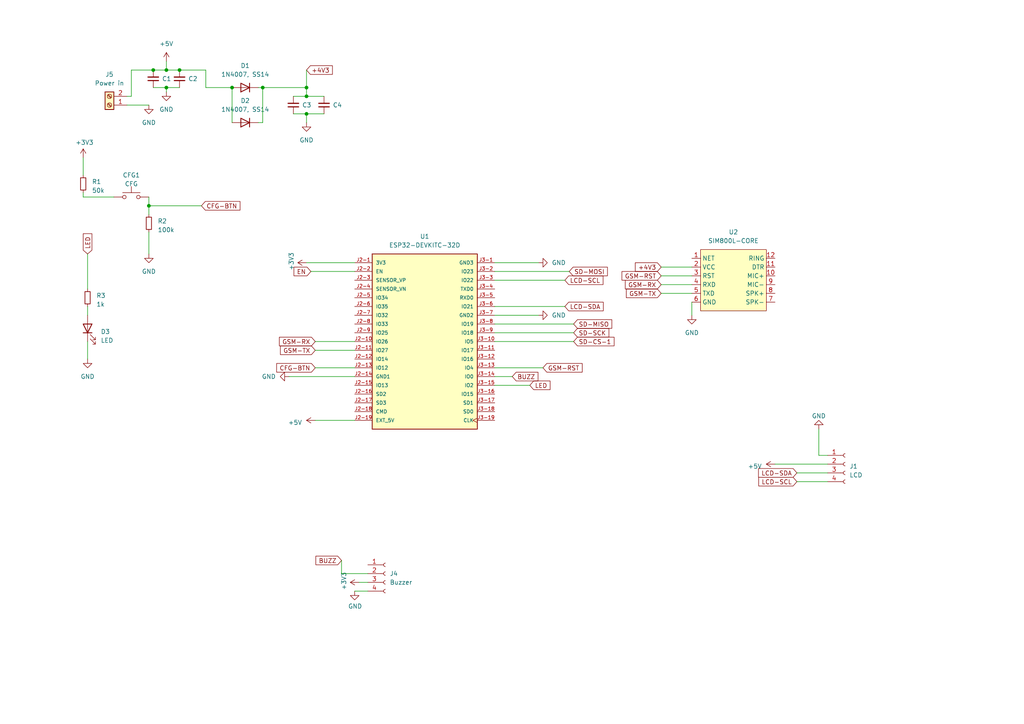
<source format=kicad_sch>
(kicad_sch (version 20231120) (generator "eeschema") (generator_version "8.0")
  (paper "A4")
  (lib_symbols
    (symbol "Connector:Conn_01x04_Socket" (pin_names (offset 1.016) hide)
      (property "Reference" "J" (at 0 5.08 0))
      (property "Value" "Conn_01x04_Socket" (at 0 -7.62 0))
      (symbol "Conn_01x04_Socket_1_1"
        (arc (start 0 -4.572) (mid -0.5058 -5.08) (end 0 -5.588) (stroke (width 0.1524)))
        (arc (start 0 -2.032) (mid -0.5058 -2.54) (end 0 -3.048) (stroke (width 0.1524)))
        (polyline (pts (xy -1.27 -5.08) (xy -0.508 -5.08)) (stroke (width 0.1524)))
        (polyline (pts (xy -1.27 -2.54) (xy -0.508 -2.54)) (stroke (width 0.1524)))
        (polyline (pts (xy -1.27 0) (xy -0.508 0)) (stroke (width 0.1524)))
        (polyline (pts (xy -1.27 2.54) (xy -0.508 2.54)) (stroke (width 0.1524)))
        (arc (start 0 0.508) (mid -0.5058 0) (end 0 -0.508) (stroke (width 0.1524)))
        (arc (start 0 3.048) (mid -0.5058 2.54) (end 0 2.032) (stroke (width 0.1524)))
        (pin passive line (at -5.08 2.54 0) (length 3.81) (name "Pin_1") (number "1"))
        (pin passive line (at -5.08 0 0) (length 3.81) (name "Pin_2") (number "2"))
        (pin passive line (at -5.08 -2.54 0) (length 3.81) (name "Pin_3") (number "3"))
        (pin passive line (at -5.08 -5.08 0) (length 3.81) (name "Pin_4") (number "4"))
      )
    )
    (symbol "Connector:Screw_Terminal_01x02" (pin_names (offset 1.016) hide)
      (property "Reference" "J" (at 0 2.54 0))
      (property "Value" "Screw_Terminal_01x02" (at 0 -5.08 0))
      (symbol "Screw_Terminal_01x02_1_1"
        (rectangle (start -1.27 1.27) (end 1.27 -3.81) (stroke (width 0.254)) (fill (type background)))
        (circle (center 0 -2.54) (radius 0.635) (stroke (width 0.1524)))
        (polyline (pts (xy -0.5334 -2.2098) (xy 0.3302 -3.048)) (stroke (width 0.1524)))
        (polyline (pts (xy -0.5334 0.3302) (xy 0.3302 -0.508)) (stroke (width 0.1524)))
        (polyline (pts (xy -0.3556 -2.032) (xy 0.508 -2.8702)) (stroke (width 0.1524)))
        (polyline (pts (xy -0.3556 0.508) (xy 0.508 -0.3302)) (stroke (width 0.1524)))
        (circle (center 0 0) (radius 0.635) (stroke (width 0.1524)))
        (pin passive line (at -5.08 0 0) (length 3.81) (name "Pin_1") (number "1"))
        (pin passive line (at -5.08 -2.54 0) (length 3.81) (name "Pin_2") (number "2"))
      )
    )
    (symbol "Device:C" (pin_numbers hide) (pin_names (offset 0.254))
      (property "Reference" "C" (at 0.635 2.54 0))
      (property "Value" "C" (at 0.635 -2.54 0))
      (symbol "C_0_1"
        (polyline (pts (xy -2.032 -0.762) (xy 2.032 -0.762)) (stroke (width 0.508)))
        (polyline (pts (xy -2.032 0.762) (xy 2.032 0.762)) (stroke (width 0.508)))
      )
      (symbol "C_1_1"
        (pin passive line (at 0 3.81 270) (length 2.794) (name "~") (number "1"))
        (pin passive line (at 0 -3.81 90) (length 2.794) (name "~") (number "2"))
      )
    )
    (symbol "Device:C_Small" (pin_numbers hide) (pin_names (offset 0.254) hide)
      (property "Reference" "C" (at 0.254 1.778 0))
      (property "Value" "C_Small" (at 0.254 -2.032 0))
      (symbol "C_Small_0_1"
        (polyline (pts (xy -1.524 -0.508) (xy 1.524 -0.508)) (stroke (width 0.3302)))
        (polyline (pts (xy -1.524 0.508) (xy 1.524 0.508)) (stroke (width 0.3048)))
      )
      (symbol "C_Small_1_1"
        (pin passive line (at 0 2.54 270) (length 2.032) (name "~") (number "1"))
        (pin passive line (at 0 -2.54 90) (length 2.032) (name "~") (number "2"))
      )
    )
    (symbol "Device:D_Zener" (pin_numbers hide) (pin_names (offset 1.016) hide)
      (property "Reference" "D" (at 0 2.54 0))
      (property "Value" "D_Zener" (at 0 -2.54 0))
      (symbol "D_Zener_0_1"
        (polyline (pts (xy 1.27 0) (xy -1.27 0)))
        (polyline (pts (xy -1.27 -1.27) (xy -1.27 1.27) (xy -0.762 1.27)) (stroke (width 0.254)))
        (polyline (pts (xy 1.27 -1.27) (xy 1.27 1.27) (xy -1.27 0) (xy 1.27 -1.27)) (stroke (width 0.254)))
      )
      (symbol "D_Zener_1_1"
        (pin passive line (at -3.81 0 0) (length 2.54) (name "K") (number "1"))
        (pin passive line (at 3.81 0 180) (length 2.54) (name "A") (number "2"))
      )
    )
    (symbol "Device:LED" (pin_numbers hide) (pin_names (offset 1.016) hide)
      (property "Reference" "D" (at 0 2.54 0))
      (property "Value" "LED" (at 0 -2.54 0))
      (symbol "LED_0_1"
        (polyline (pts (xy -1.27 -1.27) (xy -1.27 1.27)) (stroke (width 0.254)))
        (polyline (pts (xy -1.27 0) (xy 1.27 0)))
        (polyline (pts (xy 1.27 -1.27) (xy 1.27 1.27) (xy -1.27 0) (xy 1.27 -1.27)) (stroke (width 0.254)))
        (polyline (pts (xy -3.048 -0.762) (xy -4.572 -2.286) (xy -3.81 -2.286) (xy -4.572 -2.286) (xy -4.572 -1.524)))
        (polyline (pts (xy -1.778 -0.762) (xy -3.302 -2.286) (xy -2.54 -2.286) (xy -3.302 -2.286) (xy -3.302 -1.524)))
      )
      (symbol "LED_1_1"
        (pin passive line (at -3.81 0 0) (length 2.54) (name "K") (number "1"))
        (pin passive line (at 3.81 0 180) (length 2.54) (name "A") (number "2"))
      )
    )
    (symbol "Device:L_Coupled" (pin_names (offset 0.254) hide)
      (property "Reference" "L" (at 0 4.445 0))
      (property "Value" "L_Coupled" (at 0 -4.445 0))
      (symbol "L_Coupled_0_1"
        (circle (center -3.048 -1.27) (radius 0.254) (fill (type outline)))
        (circle (center -3.048 1.524) (radius 0.254) (fill (type outline)))
        (arc (start -2.54 2.032) (mid -2.032 1.5262) (end -1.524 2.032))
        (arc (start -1.524 -2.032) (mid -2.032 -1.5262) (end -2.54 -2.032))
        (arc (start -1.524 2.032) (mid -1.016 1.5262) (end -0.508 2.032))
        (arc (start -0.508 -2.032) (mid -1.016 -1.5262) (end -1.524 -2.032))
        (arc (start -0.508 2.032) (mid 0 1.5262) (end 0.508 2.032))
        (polyline (pts (xy -2.54 -2.032) (xy -2.54 -2.54)))
        (polyline (pts (xy -2.54 2.032) (xy -2.54 2.54)))
        (polyline (pts (xy 2.54 -2.032) (xy 2.54 -2.54)))
        (polyline (pts (xy 2.54 2.54) (xy 2.54 2.032)))
        (arc (start 0.508 -2.032) (mid 0 -1.5262) (end -0.508 -2.032))
        (arc (start 0.508 2.032) (mid 1.016 1.5262) (end 1.524 2.032))
        (arc (start 1.524 -2.032) (mid 1.016 -1.5262) (end 0.508 -2.032))
        (arc (start 1.524 2.032) (mid 2.032 1.5262) (end 2.54 2.032))
        (arc (start 2.54 -2.032) (mid 2.032 -1.5262) (end 1.524 -2.032))
      )
      (symbol "L_Coupled_1_1"
        (pin passive line (at -5.08 2.54 0) (length 2.54) (name "1") (number "1"))
        (pin passive line (at 5.08 2.54 180) (length 2.54) (name "2") (number "2"))
        (pin passive line (at -5.08 -2.54 0) (length 2.54) (name "3") (number "3"))
        (pin passive line (at 5.08 -2.54 180) (length 2.54) (name "4") (number "4"))
      )
    )
    (symbol "Device:R_Small" (pin_numbers hide) (pin_names (offset 0.254) hide)
      (property "Reference" "R" (at 0.762 0.508 0))
      (property "Value" "R_Small" (at 0.762 -1.016 0))
      (symbol "R_Small_0_1"
        (rectangle (start -0.762 1.778) (end 0.762 -1.778) (stroke (width 0.2032)))
      )
      (symbol "R_Small_1_1"
        (pin passive line (at 0 2.54 270) (length 0.762) (name "~") (number "1"))
        (pin passive line (at 0 -2.54 90) (length 0.762) (name "~") (number "2"))
      )
    )
    (symbol "Diode:1N4007" (pin_numbers hide) (pin_names hide)
      (property "Reference" "D" (at 0 2.54 0))
      (property "Value" "1N4007" (at 0 -2.54 0))
      (symbol "1N4007_0_1"
        (polyline (pts (xy -1.27 1.27) (xy -1.27 -1.27)) (stroke (width 0.254)))
        (polyline (pts (xy 1.27 0) (xy -1.27 0)))
        (polyline (pts (xy 1.27 1.27) (xy 1.27 -1.27) (xy -1.27 0) (xy 1.27 1.27)) (stroke (width 0.254)))
      )
      (symbol "1N4007_1_1"
        (pin passive line (at -3.81 0 0) (length 2.54) (name "K") (number "1"))
        (pin passive line (at 3.81 0 180) (length 2.54) (name "A") (number "2"))
      )
    )
    (symbol "Driver_FET:IR2153"
      (property "Reference" "U" (at 1.27 13.335 0))
      (property "Value" "IR2153" (at 1.27 11.43 0))
      (symbol "IR2153_0_1"
        (rectangle (start -5.08 -10.16) (end 5.08 10.16) (stroke (width 0.254)) (fill (type background)))
      )
      (symbol "IR2153_1_1"
        (pin power_in line (at 0 12.7 270) (length 2.54) (name "VCC") (number "1"))
        (pin passive line (at -7.62 0 0) (length 2.54) (name "RT") (number "2"))
        (pin passive line (at -7.62 -5.08 0) (length 2.54) (name "CT") (number "3"))
        (pin power_in line (at 0 -12.7 90) (length 2.54) (name "COM") (number "4"))
        (pin output line (at 7.62 -7.62 180) (length 2.54) (name "LO") (number "5"))
        (pin passive line (at 7.62 -5.08 180) (length 2.54) (name "VS") (number "6"))
        (pin output line (at 7.62 5.08 180) (length 2.54) (name "HO") (number "7"))
        (pin passive line (at 7.62 7.62 180) (length 2.54) (name "VB") (number "8"))
      )
    )
    (symbol "ESP32-DEVKIT:ESP32-DEVKITC-32D" (pin_names (offset 1.016))
      (property "Reference" "U" (at -15.2572 26.0643 0))
      (property "Value" "ESP32-DEVKITC-32D" (at -15.2563 -27.9698 0))
      (symbol "ESP32-DEVKITC-32D_0_0"
        (rectangle (start -15.24 -25.4) (end 15.24 25.4) (stroke (width 0.254)) (fill (type background)))
        (pin power_in line (at -20.32 22.86 0) (length 5.08) (name "3V3") (number "J2-1"))
        (pin bidirectional line (at -20.32 0 0) (length 5.08) (name "IO26") (number "J2-10"))
        (pin bidirectional line (at -20.32 -2.54 0) (length 5.08) (name "IO27") (number "J2-11"))
        (pin bidirectional line (at -20.32 -5.08 0) (length 5.08) (name "IO14") (number "J2-12"))
        (pin bidirectional line (at -20.32 -7.62 0) (length 5.08) (name "IO12") (number "J2-13"))
        (pin power_in line (at -20.32 -10.16 0) (length 5.08) (name "GND1") (number "J2-14"))
        (pin bidirectional line (at -20.32 -12.7 0) (length 5.08) (name "IO13") (number "J2-15"))
        (pin bidirectional line (at -20.32 -15.24 0) (length 5.08) (name "SD2") (number "J2-16"))
        (pin bidirectional line (at -20.32 -17.78 0) (length 5.08) (name "SD3") (number "J2-17"))
        (pin bidirectional line (at -20.32 -20.32 0) (length 5.08) (name "CMD") (number "J2-18"))
        (pin power_in line (at -20.32 -22.86 0) (length 5.08) (name "EXT_5V") (number "J2-19"))
        (pin input line (at -20.32 20.32 0) (length 5.08) (name "EN") (number "J2-2"))
        (pin input line (at -20.32 17.78 0) (length 5.08) (name "SENSOR_VP") (number "J2-3"))
        (pin input line (at -20.32 15.24 0) (length 5.08) (name "SENSOR_VN") (number "J2-4"))
        (pin bidirectional line (at -20.32 12.7 0) (length 5.08) (name "IO34") (number "J2-5"))
        (pin bidirectional line (at -20.32 10.16 0) (length 5.08) (name "IO35") (number "J2-6"))
        (pin bidirectional line (at -20.32 7.62 0) (length 5.08) (name "IO32") (number "J2-7"))
        (pin bidirectional line (at -20.32 5.08 0) (length 5.08) (name "IO33") (number "J2-8"))
        (pin bidirectional line (at -20.32 2.54 0) (length 5.08) (name "IO25") (number "J2-9"))
        (pin power_in line (at 20.32 22.86 180) (length 5.08) (name "GND3") (number "J3-1"))
        (pin bidirectional line (at 20.32 0 180) (length 5.08) (name "IO5") (number "J3-10"))
        (pin bidirectional line (at 20.32 -2.54 180) (length 5.08) (name "IO17") (number "J3-11"))
        (pin bidirectional line (at 20.32 -5.08 180) (length 5.08) (name "IO16") (number "J3-12"))
        (pin bidirectional line (at 20.32 -7.62 180) (length 5.08) (name "IO4") (number "J3-13"))
        (pin bidirectional line (at 20.32 -10.16 180) (length 5.08) (name "IO0") (number "J3-14"))
        (pin bidirectional line (at 20.32 -12.7 180) (length 5.08) (name "IO2") (number "J3-15"))
        (pin bidirectional line (at 20.32 -15.24 180) (length 5.08) (name "IO15") (number "J3-16"))
        (pin bidirectional line (at 20.32 -17.78 180) (length 5.08) (name "SD1") (number "J3-17"))
        (pin bidirectional line (at 20.32 -20.32 180) (length 5.08) (name "SD0") (number "J3-18"))
        (pin input clock (at 20.32 -22.86 180) (length 5.08) (name "CLK") (number "J3-19"))
        (pin bidirectional line (at 20.32 20.32 180) (length 5.08) (name "IO23") (number "J3-2"))
        (pin bidirectional line (at 20.32 17.78 180) (length 5.08) (name "IO22") (number "J3-3"))
        (pin output line (at 20.32 15.24 180) (length 5.08) (name "TXD0") (number "J3-4"))
        (pin input line (at 20.32 12.7 180) (length 5.08) (name "RXD0") (number "J3-5"))
        (pin bidirectional line (at 20.32 10.16 180) (length 5.08) (name "IO21") (number "J3-6"))
        (pin power_in line (at 20.32 7.62 180) (length 5.08) (name "GND2") (number "J3-7"))
        (pin bidirectional line (at 20.32 5.08 180) (length 5.08) (name "IO19") (number "J3-8"))
        (pin bidirectional line (at 20.32 2.54 180) (length 5.08) (name "IO18") (number "J3-9"))
      )
    )
    (symbol "GND_1" (power) (pin_numbers hide) (pin_names (offset 0) hide)
      (property "Value" "GND" (at 0 -3.81 0))
      (symbol "GND_1_0_1"
        (polyline (pts (xy 0 0) (xy 0 -1.27) (xy 1.27 -1.27) (xy 0 -2.54) (xy -1.27 -1.27) (xy 0 -1.27)))
      )
      (symbol "GND_1_1_1"
        (pin power_in line (at 0 0 270) (length 0) (name "~") (number "1"))
      )
    )
    (symbol "SIM800L-DEVKIT:SIM800L-CORE"
      (property "Reference" "U" (at -7.62 8.89 0))
      (property "Value" "SIM800L-CORE" (at 0 -12.7 0))
      (symbol "SIM800L-CORE_0_1"
        (rectangle (start -8.89 7.62) (end 10.16 -10.16) (stroke (width 0.1524)) (fill (type background)))
      )
      (symbol "SIM800L-CORE_1_1"
        (pin bidirectional line (at -11.43 5.08 0) (length 2.54) (name "NET") (number "1"))
        (pin output line (at 12.7 0 180) (length 2.54) (name "MIC+") (number "10"))
        (pin passive line (at 12.7 2.54 180) (length 2.54) (name "DTR") (number "11"))
        (pin output line (at 12.7 5.08 180) (length 2.54) (name "RING") (number "12"))
        (pin power_in line (at -11.43 2.54 0) (length 2.54) (name "VCC") (number "2"))
        (pin input line (at -11.43 0 0) (length 2.54) (name "RST") (number "3"))
        (pin input line (at -11.43 -2.54 0) (length 2.54) (name "RXD") (number "4"))
        (pin output line (at -11.43 -5.08 0) (length 2.54) (name "TXD") (number "5"))
        (pin power_in line (at -11.43 -7.62 0) (length 2.54) (name "GND") (number "6"))
        (pin output line (at 12.7 -7.62 180) (length 2.54) (name "SPK-") (number "7"))
        (pin output line (at 12.7 -5.08 180) (length 2.54) (name "SPK+") (number "8"))
        (pin output line (at 12.7 -2.54 180) (length 2.54) (name "MIC-") (number "9"))
      )
    )
    (symbol "Simulation_SPICE:NMOS" (pin_numbers hide) (pin_names (offset 0))
      (property "Reference" "Q" (at 5.08 1.27 0))
      (property "Value" "NMOS" (at 5.08 -1.27 0))
      (symbol "NMOS_0_1"
        (polyline (pts (xy 0.254 0) (xy -2.54 0)))
        (polyline (pts (xy 0.254 1.905) (xy 0.254 -1.905)) (stroke (width 0.254)))
        (polyline (pts (xy 0.762 -1.27) (xy 0.762 -2.286)) (stroke (width 0.254)))
        (polyline (pts (xy 0.762 0.508) (xy 0.762 -0.508)) (stroke (width 0.254)))
        (polyline (pts (xy 0.762 2.286) (xy 0.762 1.27)) (stroke (width 0.254)))
        (polyline (pts (xy 2.54 2.54) (xy 2.54 1.778)))
        (polyline (pts (xy 2.54 -2.54) (xy 2.54 0) (xy 0.762 0)))
        (polyline (pts (xy 0.762 -1.778) (xy 3.302 -1.778) (xy 3.302 1.778) (xy 0.762 1.778)))
        (polyline (pts (xy 1.016 0) (xy 2.032 0.381) (xy 2.032 -0.381) (xy 1.016 0)) (fill (type outline)))
        (polyline (pts (xy 2.794 0.508) (xy 2.921 0.381) (xy 3.683 0.381) (xy 3.81 0.254)))
        (polyline (pts (xy 3.302 0.381) (xy 2.921 -0.254) (xy 3.683 -0.254) (xy 3.302 0.381)))
        (circle (center 1.651 0) (radius 2.794) (stroke (width 0.254)))
        (circle (center 2.54 -1.778) (radius 0.254) (fill (type outline)))
        (circle (center 2.54 1.778) (radius 0.254) (fill (type outline)))
      )
      (symbol "NMOS_1_1"
        (pin passive line (at 2.54 5.08 270) (length 2.54) (name "D") (number "1"))
        (pin input line (at -5.08 0 0) (length 2.54) (name "G") (number "2"))
        (pin passive line (at 2.54 -5.08 90) (length 2.54) (name "S") (number "3"))
      )
    )
    (symbol "Switch:SW_Push" (pin_numbers hide) (pin_names (offset 1.016) hide)
      (property "Reference" "SW" (at 1.27 2.54 0))
      (property "Value" "SW_Push" (at 0 -1.524 0))
      (symbol "SW_Push_0_1"
        (circle (center -2.032 0) (radius 0.508))
        (polyline (pts (xy 0 1.27) (xy 0 3.048)))
        (polyline (pts (xy 2.54 1.27) (xy -2.54 1.27)))
        (circle (center 2.032 0) (radius 0.508))
      )
      (symbol "SW_Push_1_1"
        (pin passive line (at -5.08 0 0) (length 2.54) (name "1") (number "1"))
        (pin passive line (at 5.08 0 180) (length 2.54) (name "2") (number "2"))
      )
    )
    (symbol "Transistor_BJT:BC547" (pin_names (offset 0) hide)
      (property "Reference" "Q" (at 5.08 1.905 0))
      (property "Value" "BC547" (at 5.08 0 0))
      (symbol "BC547_0_1"
        (polyline (pts (xy 0 0) (xy 0.635 0)))
        (polyline (pts (xy 0.635 0.635) (xy 2.54 2.54)))
        (polyline (pts (xy 0.635 -0.635) (xy 2.54 -2.54) (xy 2.54 -2.54)))
        (polyline (pts (xy 0.635 1.905) (xy 0.635 -1.905) (xy 0.635 -1.905)) (stroke (width 0.508)))
        (polyline (pts (xy 1.27 -1.778) (xy 1.778 -1.27) (xy 2.286 -2.286) (xy 1.27 -1.778) (xy 1.27 -1.778)) (fill (type outline)))
        (circle (center 1.27 0) (radius 2.8194) (stroke (width 0.254)))
      )
      (symbol "BC547_1_1"
        (pin passive line (at 2.54 5.08 270) (length 2.54) (name "C") (number "1"))
        (pin input line (at -5.08 0 0) (length 5.08) (name "B") (number "2"))
        (pin passive line (at 2.54 -5.08 90) (length 2.54) (name "E") (number "3"))
      )
    )
    (symbol "power:+3V3" (power) (pin_names (offset 0))
      (property "Value" "+3V3" (at 0 3.556 0))
      (symbol "+3V3_0_1"
        (polyline (pts (xy -0.762 1.27) (xy 0 2.54)))
        (polyline (pts (xy 0 0) (xy 0 2.54)))
        (polyline (pts (xy 0 2.54) (xy 0.762 1.27)))
      )
      (symbol "+3V3_1_1"
        (pin power_in line (at 0 0 90) (length 0) hide (name "+3V3") (number "1"))
      )
    )
    (symbol "power:+5V" (power) (pin_names (offset 0))
      (property "Value" "+5V" (at 0 3.556 0))
      (symbol "+5V_0_1"
        (polyline (pts (xy -0.762 1.27) (xy 0 2.54)))
        (polyline (pts (xy 0 0) (xy 0 2.54)))
        (polyline (pts (xy 0 2.54) (xy 0.762 1.27)))
      )
      (symbol "+5V_1_1"
        (pin power_in line (at 0 0 90) (length 0) hide (name "+5V") (number "1"))
      )
    )
    (symbol "power:GND" (power) (pin_names (offset 0))
      (property "Value" "GND" (at 0 -3.81 0))
      (symbol "GND_0_1"
        (polyline (pts (xy 0 0) (xy 0 -1.27) (xy 1.27 -1.27) (xy 0 -2.54) (xy -1.27 -1.27) (xy 0 -1.27)))
      )
      (symbol "GND_1_1"
        (pin power_in line (at 0 0 270) (length 0) hide (name "GND") (number "1"))
      )
    )
    (symbol "power:GND1" (power) (pin_numbers hide) (pin_names (offset 0) hide)
      (property "Value" "GND1" (at 0 -3.81 0))
      (symbol "GND1_0_1"
        (polyline (pts (xy 0 0) (xy 0 -1.27) (xy 1.27 -1.27) (xy 0 -2.54) (xy -1.27 -1.27) (xy 0 -1.27)))
      )
      (symbol "GND1_1_1"
        (pin power_in line (at 0 0 270) (length 0) (name "~") (number "1"))
      )
    )
  )
  (junction (at 151.13 359.41))
  (junction (at 13.97 353.06))
  (junction (at 110.49 359.41))
  (junction (at 67.31 25.4))
  (junction (at 27.94 336.55))
  (junction (at 76.2 25.4))
  (junction (at 52.07 20.32))
  (junction (at 142.24 347.98))
  (junction (at 73.66 336.55))
  (junction (at 88.9 25.4))
  (junction (at 88.9 27.94))
  (junction (at 88.9 33.02))
  (junction (at 48.26 25.4))
  (junction (at 58.42 367.03))
  (junction (at 87.63 364.49))
  (junction (at 142.24 340.36))
  (junction (at 27.94 353.06))
  (junction (at 160.02 374.65))
  (junction (at 44.45 20.32))
  (junction (at 48.26 20.32))
  (junction (at 43.18 59.69))
  (junction (at 35.56 387.35))
  (junction (at 156.21 391.16))
  (wire (pts (xy 58.42 364.49) (xy 58.42 367.03)))
  (wire (pts (xy 27.94 372.11) (xy 27.94 373.38)))
  (wire (pts (xy 143.51 99.06) (xy 166.37 99.06)))
  (wire (pts (xy 88.9 20.32) (xy 88.9 25.4)))
  (wire (pts (xy 67.31 25.4) (xy 67.31 35.56)))
  (wire (pts (xy 191.77 80.01) (xy 200.66 80.01)))
  (wire (pts (xy 151.13 359.41) (xy 138.43 359.41)))
  (wire (pts (xy 58.42 359.41) (xy 66.04 359.41)))
  (wire (pts (xy 27.94 358.14) (xy 27.94 369.57)))
  (wire (pts (xy 59.69 25.4) (xy 67.31 25.4)))
  (wire (pts (xy 143.51 78.74) (xy 165.1 78.74)))
  (wire (pts (xy 87.63 350.52) (xy 95.25 350.52)))
  (wire (pts (xy 83.82 351.79) (xy 83.82 355.6)))
  (wire (pts (xy 24.13 353.06) (xy 27.94 353.06)))
  (wire (pts (xy 151.13 391.16) (xy 151.13 370.84)))
  (wire (pts (xy 99.06 166.37) (xy 106.68 166.37)))
  (wire (pts (xy 87.63 364.49) (xy 91.44 364.49)))
  (wire (pts (xy 88.9 25.4) (xy 88.9 27.94)))
  (wire (pts (xy 38.1 20.32) (xy 44.45 20.32)))
  (wire (pts (xy 143.51 93.98) (xy 166.37 93.98)))
  (wire (pts (xy 13.97 342.9) (xy 13.97 336.55)))
  (wire (pts (xy 143.51 81.28) (xy 163.83 81.28)))
  (wire (pts (xy 43.18 369.57) (xy 43.18 367.03)))
  (wire (pts (xy 91.44 106.68) (xy 102.87 106.68)))
  (wire (pts (xy 110.49 375.92) (xy 110.49 383.54)))
  (wire (pts (xy 81.28 351.79) (xy 83.82 351.79)))
  (wire (pts (xy 191.77 77.47) (xy 200.66 77.47)))
  (wire (pts (xy 88.9 33.02) (xy 93.98 33.02)))
  (wire (pts (xy 24.13 57.15) (xy 33.02 57.15)))
  (wire (pts (xy 143.51 76.2) (xy 156.21 76.2)))
  (wire (pts (xy 110.49 355.6) (xy 110.49 359.41)))
  (wire (pts (xy 43.18 59.69) (xy 58.42 59.69)))
  (wire (pts (xy 44.45 20.32) (xy 48.26 20.32)))
  (wire (pts (xy 36.83 30.48) (xy 43.18 30.48)))
  (wire (pts (xy 100.33 370.84) (xy 102.87 370.84)))
  (wire (pts (xy 87.63 367.03) (xy 87.63 370.84)))
  (wire (pts (xy 36.83 27.94) (xy 38.1 27.94)))
  (wire (pts (xy 19.05 353.06) (xy 13.97 353.06)))
  (wire (pts (xy 237.49 132.08) (xy 240.03 132.08)))
  (wire (pts (xy 73.66 336.55) (xy 110.49 336.55)))
  (wire (pts (xy 25.4 88.9) (xy 25.4 91.44)))
  (wire (pts (xy 151.13 365.76) (xy 151.13 359.41)))
  (wire (pts (xy 13.97 353.06) (xy 13.97 354.33)))
  (wire (pts (xy 66.04 364.49) (xy 64.77 364.49)))
  (wire (pts (xy 160.02 374.65) (xy 172.72 374.65)))
  (wire (pts (xy 25.4 99.06) (xy 25.4 104.14)))
  (wire (pts (xy 24.13 45.72) (xy 24.13 50.8)))
  (wire (pts (xy 35.56 387.35) (xy 35.56 388.62)))
  (wire (pts (xy 44.45 25.4) (xy 48.26 25.4)))
  (wire (pts (xy 102.87 171.45) (xy 106.68 171.45)))
  (wire (pts (xy 143.51 111.76) (xy 153.67 111.76)))
  (wire (pts (xy 90.17 78.74) (xy 102.87 78.74)))
  (wire (pts (xy 83.82 109.22) (xy 102.87 109.22)))
  (wire (pts (xy 35.56 374.65) (xy 35.56 381)))
  (wire (pts (xy 88.9 33.02) (xy 88.9 35.56)))
  (wire (pts (xy 87.63 370.84) (xy 95.25 370.84)))
  (wire (pts (xy 48.26 25.4) (xy 48.26 26.67)))
  (wire (pts (xy 91.44 121.92) (xy 102.87 121.92)))
  (wire (pts (xy 81.28 367.03) (xy 87.63 367.03)))
  (wire (pts (xy 160.02 365.76) (xy 160.02 359.41)))
  (wire (pts (xy 237.49 124.46) (xy 237.49 132.08)))
  (wire (pts (xy 43.18 59.69) (xy 43.18 62.23)))
  (wire (pts (xy 100.33 350.52) (xy 102.87 350.52)))
  (wire (pts (xy 87.63 363.22) (xy 87.63 364.49)))
  (wire (pts (xy 88.9 76.2) (xy 102.87 76.2)))
  (wire (pts (xy 110.49 345.44) (xy 110.49 336.55)))
  (wire (pts (xy 24.13 55.88) (xy 24.13 57.15)))
  (wire (pts (xy 160.02 370.84) (xy 160.02 374.65)))
  (wire (pts (xy 142.24 327.66) (xy 142.24 340.36)))
  (wire (pts (xy 87.63 354.33) (xy 87.63 350.52)))
  (wire (pts (xy 27.94 336.55) (xy 73.66 336.55)))
  (wire (pts (xy 43.18 57.15) (xy 43.18 59.69)))
  (wire (pts (xy 76.2 35.56) (xy 74.93 35.56)))
  (wire (pts (xy 43.18 367.03) (xy 46.99 367.03)))
  (wire (pts (xy 73.66 372.11) (xy 73.66 375.92)))
  (wire (pts (xy 13.97 336.55) (xy 27.94 336.55)))
  (wire (pts (xy 83.82 355.6) (xy 87.63 355.6)))
  (wire (pts (xy 73.66 346.71) (xy 73.66 336.55)))
  (wire (pts (xy 110.49 359.41) (xy 110.49 365.76)))
  (wire (pts (xy 64.77 364.49) (xy 64.77 367.03)))
  (wire (pts (xy 143.51 109.22) (xy 148.59 109.22)))
  (wire (pts (xy 52.07 367.03) (xy 58.42 367.03)))
  (wire (pts (xy 143.51 96.52) (xy 166.37 96.52)))
  (wire (pts (xy 156.21 391.16) (xy 156.21 394.97)))
  (wire (pts (xy 91.44 364.49) (xy 91.44 359.41)))
  (wire (pts (xy 58.42 374.65) (xy 58.42 375.92)))
  (wire (pts (xy 88.9 27.94) (xy 93.98 27.94)))
  (wire (pts (xy 160.02 382.27) (xy 160.02 391.16)))
  (wire (pts (xy 81.28 364.49) (xy 87.63 364.49)))
  (wire (pts (xy 156.21 391.16) (xy 160.02 391.16)))
  (wire (pts (xy 191.77 85.09) (xy 200.66 85.09)))
  (wire (pts (xy 48.26 17.78) (xy 48.26 20.32)))
  (wire (pts (xy 224.79 134.62) (xy 240.03 134.62)))
  (wire (pts (xy 128.27 354.33) (xy 128.27 340.36)))
  (wire (pts (xy 191.77 82.55) (xy 200.66 82.55)))
  (wire (pts (xy 48.26 20.32) (xy 52.07 20.32)))
  (wire (pts (xy 231.14 137.16) (xy 240.03 137.16)))
  (wire (pts (xy 231.14 139.7) (xy 240.03 139.7)))
  (wire (pts (xy 91.44 359.41) (xy 110.49 359.41)))
  (wire (pts (xy 43.18 379.73) (xy 43.18 397.51)))
  (wire (pts (xy 76.2 25.4) (xy 88.9 25.4)))
  (wire (pts (xy 76.2 25.4) (xy 76.2 35.56)))
  (wire (pts (xy 142.24 346.71) (xy 142.24 347.98)))
  (wire (pts (xy 160.02 374.65) (xy 160.02 377.19)))
  (wire (pts (xy 38.1 27.94) (xy 38.1 20.32)))
  (wire (pts (xy 85.09 27.94) (xy 88.9 27.94)))
  (wire (pts (xy 85.09 33.02) (xy 88.9 33.02)))
  (wire (pts (xy 43.18 67.31) (xy 43.18 73.66)))
  (wire (pts (xy 142.24 340.36) (xy 138.43 340.36)))
  (wire (pts (xy 160.02 359.41) (xy 151.13 359.41)))
  (wire (pts (xy 143.51 106.68) (xy 157.48 106.68)))
  (wire (pts (xy 13.97 347.98) (xy 13.97 353.06)))
  (wire (pts (xy 200.66 87.63) (xy 200.66 91.44)))
  (wire (pts (xy 25.4 73.66) (xy 25.4 83.82)))
  (wire (pts (xy 48.26 25.4) (xy 52.07 25.4)))
  (wire (pts (xy 35.56 386.08) (xy 35.56 387.35)))
  (wire (pts (xy 35.56 393.7) (xy 35.56 397.51)))
  (wire (pts (xy 91.44 99.06) (xy 102.87 99.06)))
  (wire (pts (xy 142.24 347.98) (xy 144.78 347.98)))
  (wire (pts (xy 22.86 387.35) (xy 22.86 391.16)))
  (wire (pts (xy 104.14 168.91) (xy 106.68 168.91)))
  (wire (pts (xy 59.69 20.32) (xy 59.69 25.4)))
  (wire (pts (xy 30.48 387.35) (xy 35.56 387.35)))
  (wire (pts (xy 99.06 162.56) (xy 99.06 166.37)))
  (wire (pts (xy 64.77 367.03) (xy 58.42 367.03)))
  (wire (pts (xy 52.07 20.32) (xy 59.69 20.32)))
  (wire (pts (xy 142.24 341.63) (xy 142.24 340.36)))
  (wire (pts (xy 138.43 354.33) (xy 138.43 347.98)))
  (wire (pts (xy 143.51 91.44) (xy 156.21 91.44)))
  (wire (pts (xy 151.13 391.16) (xy 156.21 391.16)))
  (wire (pts (xy 143.51 88.9) (xy 163.83 88.9)))
  (wire (pts (xy 81.28 354.33) (xy 87.63 354.33)))
  (wire (pts (xy 138.43 347.98) (xy 142.24 347.98)))
  (wire (pts (xy 128.27 340.36) (xy 130.81 340.36)))
  (wire (pts (xy 27.94 336.55) (xy 27.94 353.06)))
  (wire (pts (xy 76.2 25.4) (xy 74.93 25.4)))
  (wire (pts (xy 128.27 359.41) (xy 110.49 359.41)))
  (wire (pts (xy 91.44 101.6) (xy 102.87 101.6)))
  (global_label "LCD-SDA" (shape input) (at 231.14 137.16 180) (property "Intersheetrefs" "${INTERSHEET_REFS}" (effects (hide yes))))
  (global_label "+4V3" (shape input) (at 88.9 20.32 0) (property "Intersheetrefs" "${INTERSHEET_REFS}" (effects (hide yes))))
  (global_label "SD-MISO" (shape input) (at 166.37 93.98 0) (property "Intersheetrefs" "${INTERSHEET_REFS}" (effects (hide yes))))
  (global_label "GSM-RX" (shape input) (at 191.77 82.55 180) (property "Intersheetrefs" "${INTERSHEET_REFS}" (effects (hide yes))))
  (global_label "GSM-TX" (shape input) (at 91.44 101.6 180) (property "Intersheetrefs" "${INTERSHEET_REFS}" (effects (hide yes))))
  (global_label "SD-CS-1" (shape input) (at 166.37 99.06 0) (property "Intersheetrefs" "${INTERSHEET_REFS}" (effects (hide yes))))
  (global_label "GSM-RST" (shape input) (at 191.77 80.01 180) (property "Intersheetrefs" "${INTERSHEET_REFS}" (effects (hide yes))))
  (global_label "Vcc" (shape input) (at 142.24 328.93 90) (property "Intersheetrefs" "${INTERSHEET_REFS}" (effects (hide yes))))
  (global_label "SD-MOSI" (shape input) (at 165.1 78.74 0) (property "Intersheetrefs" "${INTERSHEET_REFS}" (effects (hide yes))))
  (global_label "BUZZ" (shape input) (at 148.59 109.22 0) (property "Intersheetrefs" "${INTERSHEET_REFS}" (effects (hide yes))))
  (global_label "CFG-BTN" (shape input) (at 91.44 106.68 180) (property "Intersheetrefs" "${INTERSHEET_REFS}" (effects (hide yes))))
  (global_label "GSM-RST" (shape input) (at 157.48 106.68 0) (property "Intersheetrefs" "${INTERSHEET_REFS}" (effects (hide yes))))
  (global_label "LCD-SCL" (shape input) (at 163.83 81.28 0) (property "Intersheetrefs" "${INTERSHEET_REFS}" (effects (hide yes))))
  (global_label "LCD-SDA" (shape input) (at 163.83 88.9 0) (property "Intersheetrefs" "${INTERSHEET_REFS}" (effects (hide yes))))
  (global_label "CFG-BTN" (shape input) (at 58.42 59.69 0) (property "Intersheetrefs" "${INTERSHEET_REFS}" (effects (hide yes))))
  (global_label "GSM-TX" (shape input) (at 191.77 85.09 180) (property "Intersheetrefs" "${INTERSHEET_REFS}" (effects (hide yes))))
  (global_label "LCD-SCL" (shape input) (at 231.14 139.7 180) (property "Intersheetrefs" "${INTERSHEET_REFS}" (effects (hide yes))))
  (global_label "EN" (shape input) (at 90.17 78.74 180) (property "Intersheetrefs" "${INTERSHEET_REFS}" (effects (hide yes))))
  (global_label "+4V3" (shape input) (at 191.77 77.47 180) (property "Intersheetrefs" "${INTERSHEET_REFS}" (effects (hide yes))))
  (global_label "BUZZ" (shape input) (at 99.06 162.56 180) (property "Intersheetrefs" "${INTERSHEET_REFS}" (effects (hide yes))))
  (global_label "SD-SCK" (shape input) (at 166.37 96.52 0) (property "Intersheetrefs" "${INTERSHEET_REFS}" (effects (hide yes))))
  (global_label "Vfeedback" (shape input) (at 172.72 374.65 0) (property "Intersheetrefs" "${INTERSHEET_REFS}" (effects (hide yes))))
  (global_label "LED" (shape input) (at 25.4 73.66 90) (property "Intersheetrefs" "${INTERSHEET_REFS}" (effects (hide yes))))
  (global_label "GSM-RX" (shape input) (at 91.44 99.06 180) (property "Intersheetrefs" "${INTERSHEET_REFS}" (effects (hide yes))))
  (global_label "LED" (shape input) (at 153.67 111.76 0) (property "Intersheetrefs" "${INTERSHEET_REFS}" (effects (hide yes))))
  (global_label "Vfeedback" (shape input) (at 22.86 391.16 270) (property "Intersheetrefs" "${INTERSHEET_REFS}" (effects (hide yes))))
  (symbol (lib_id "Switch:SW_Push") (at 38.1 57.15 0) (unit 1)
    (property "Reference" "CFG1" (at 38.1 50.8 0))
    (property "Value" "CFG" (at 38.1 53.34 0))
    (property "Footprint" "Connector_PinHeader_2.00mm:PinHeader_1x02_P2.00mm_Vertical" (effects (hide yes)))
  )
  (symbol (lib_id "power:+3V3") (at 104.14 168.91 90) (unit 1)
    (property "Reference" "#PWR019" (effects (hide yes)))
    (property "Value" "+3V3" (at 99.7458 168.529 0))
  )
  (symbol (lib_name "GND_1") (lib_id "power:GND") (at 58.42 375.92 0) (unit 1)
    (property "Reference" "#PWR021" (effects (hide yes)))
    (property "Value" "GND" (at 58.42 381 0))
    (property "Description" "Power symbol creates a global label with name \"GND\" , ground" (effects (hide yes)))
  )
  (symbol (lib_name "GND_1") (lib_id "power:GND") (at 156.21 394.97 0) (unit 1)
    (property "Reference" "#PWR025" (effects (hide yes)))
    (property "Value" "GND" (at 156.21 400.05 0))
    (property "Description" "Power symbol creates a global label with name \"GND\" , ground" (effects (hide yes)))
  )
  (symbol (lib_id "power:GND") (at 88.9 35.56 0) (unit 1)
    (property "Reference" "#PWR06" (effects (hide yes)))
    (property "Value" "GND" (at 88.9 40.64 0))
  )
  (symbol (lib_id "Device:C_Small") (at 142.24 344.17 180) (unit 1)
    (property "Reference" "C9" (at 144.78 344.1636 0) (effects (justify right)))
    (property "Value" "600V, 470uF" (effects (hide yes)))
    (property "Footprint" "Capacitor_THT:C_Disc_D8.0mm_W2.5mm_P5.00mm" (effects (hide yes)))
  )
  (symbol (lib_id "Connector:Screw_Terminal_01x02") (at 31.75 30.48 180) (unit 1)
    (property "Reference" "J5" (at 31.75 21.59 0))
    (property "Value" "Power in" (at 31.75 24.13 0))
    (property "Footprint" "TerminalBlock:TerminalBlock_Altech_AK300-2_P5.00mm" (effects (hide yes)))
  )
  (symbol (lib_id "power:+3V3") (at 24.13 45.72 0) (unit 1)
    (property "Reference" "#PWR016" (effects (hide yes)))
    (property "Value" "+3V3" (at 24.511 41.3258 0))
  )
  (symbol (lib_id "power:GND1") (at 144.78 347.98 0) (unit 1)
    (property "Reference" "#PWR026" (effects (hide yes)))
    (property "Value" "GND1" (at 144.78 353.06 0))
    (property "Description" "Power symbol creates a global label with name \"GND1\" , ground" (effects (hide yes)))
  )
  (symbol (lib_id "Simulation_SPICE:NMOS") (at 107.95 350.52 0) (unit 1)
    (property "Reference" "Q2" (at 114.3 349.2499 0) (effects (justify left)))
    (property "Value" "SPP04N80C3" (at 114.3 351.7899 0) (effects (justify left)))
    (property "Datasheet" "https://ngspice.sourceforge.io/docs/ngspice-html-manual/manual.xhtml#cha_MOSFETs" (effects (hide yes)))
    (property "Description" "N-MOSFET transistor, drain/source/gate" (effects (hide yes)))
    (property "Sim.Device" "NMOS" (effects (hide yes)))
    (property "Sim.Type" "VDMOS" (effects (hide yes)))
    (property "Sim.Pins" "1=D 2=G 3=S" (effects (hide yes)))
  )
  (symbol (lib_id "Device:R_Small") (at 58.42 361.95 0) (unit 1)
    (property "Reference" "R7" (at 60.96 360.6799 0) (effects (justify left)))
    (property "Value" "2k" (at 60.96 363.2199 0) (effects (justify left)))
    (property "Footprint" "Resistor_SMD:R_0805_2012Metric" (effects (hide yes)))
  )
  (symbol (lib_id "Diode:1N4007") (at 71.12 25.4 180) (unit 1)
    (property "Reference" "D1" (at 71.12 19.05 0))
    (property "Value" "1N4007, SS14" (at 71.12 21.59 0))
    (property "Footprint" "Diode_SMD:D_0805_2012Metric_Pad1.15x1.40mm_HandSolder" (effects (hide yes)))
    (property "Datasheet" "http://www.vishay.com/docs/88503/1n4001.pdf" (effects (hide yes)))
    (property "Sim.Device" "D" (effects (hide yes)))
    (property "Sim.Pins" "1=K 2=A" (effects (hide yes)))
  )
  (symbol (lib_id "Device:R_Small") (at 160.02 379.73 0) (unit 1)
    (property "Reference" "R12" (at 162.56 378.4599 0) (effects (justify left)))
    (property "Value" "10k" (at 162.56 380.9999 0) (effects (justify left)))
    (property "Footprint" "Resistor_SMD:R_0805_2012Metric" (effects (hide yes)))
  )
  (symbol (lib_id "Device:C_Small") (at 44.45 22.86 180) (unit 1)
    (property "Reference" "C1" (at 46.99 22.8536 0) (effects (justify right)))
    (property "Value" "1000uF" (effects (hide yes)))
    (property "Footprint" "Capacitor_THT:C_Disc_D8.0mm_W2.5mm_P5.00mm" (effects (hide yes)))
  )
  (symbol (lib_id "Device:L_Coupled") (at 133.35 356.87 180) (unit 1)
    (property "Reference" "L1" (at 133.731 349.25 0))
    (property "Value" "4.5mH" (at 133.731 351.79 0))
    (property "Description" "Coupled inductor" (effects (hide yes)))
  )
  (symbol (lib_id "ESP32-DEVKIT:ESP32-DEVKITC-32D") (at 123.19 99.06 0) (unit 1)
    (property "Reference" "U1" (at 123.19 68.58 0))
    (property "Value" "ESP32-DEVKITC-32D" (at 123.19 71.12 0))
    (property "Footprint" "ESP32-DEVKITC-32D:MODULE_ESP32-DEVKITC-32D" (effects (hide yes)))
    (property "Description" "\nWiFi Development Tools (802.11) ESP32 General Development Kit, ESP32-WROOM-32D on the board\n" (effects (hide yes)))
    (property "MF" "Espressif Systems" (effects (hide yes)))
    (property "MAXIMUM_PACKAGE_HEIGHT" "N/A" (effects (hide yes)))
    (property "Package" "None" (effects (hide yes)))
    (property "Price" "None" (effects (hide yes)))
    (property "Check_prices" "https://www.snapeda.com/parts/ESP32-DEVKITC-32D/Espressif+Systems/view-part/?ref=eda" (effects (hide yes)))
    (property "STANDARD" "Manufacturer Recommendations" (effects (hide yes)))
    (property "PARTREV" "V4" (effects (hide yes)))
    (property "SnapEDA_Link" "https://www.snapeda.com/parts/ESP32-DEVKITC-32D/Espressif+Systems/view-part/?ref=snap" (effects (hide yes)))
    (property "MP" "ESP32-DEVKITC-32D" (effects (hide yes)))
    (property "MANUFACTURER" "Espressif Systems" (effects (hide yes)))
    (property "Availability" "In Stock" (effects (hide yes)))
    (property "SNAPEDA_PN" "ESP32-DEVKITC-32D" (effects (hide yes)))
  )
  (symbol (lib_id "Simulation_SPICE:NMOS") (at 107.95 370.84 0) (unit 1)
    (property "Reference" "Q3" (at 114.3 369.5699 0) (effects (justify left)))
    (property "Value" "SPP04N80C3" (at 114.3 372.1099 0) (effects (justify left)))
    (property "Datasheet" "https://ngspice.sourceforge.io/docs/ngspice-html-manual/manual.xhtml#cha_MOSFETs" (effects (hide yes)))
    (property "Description" "N-MOSFET transistor, drain/source/gate" (effects (hide yes)))
    (property "Sim.Device" "NMOS" (effects (hide yes)))
    (property "Sim.Type" "VDMOS" (effects (hide yes)))
    (property "Sim.Pins" "1=D 2=G 3=S" (effects (hide yes)))
  )
  (symbol (lib_id "Device:R_Small") (at 27.94 355.6 180) (unit 1)
    (property "Reference" "R5" (at 30.48 354.3299 0) (effects (justify right)))
    (property "Value" "150k" (at 30.48 356.8699 0) (effects (justify right)))
    (property "Footprint" "Resistor_SMD:R_0805_2012Metric" (effects (hide yes)))
  )
  (symbol (lib_id "Device:R_Small") (at 35.56 383.54 180) (unit 1)
    (property "Reference" "R4" (at 38.1 382.2699 0) (effects (justify right)))
    (property "Value" "100k" (at 38.1 384.8099 0) (effects (justify right)))
    (property "Footprint" "Resistor_SMD:R_0805_2012Metric" (effects (hide yes)))
  )
  (symbol (lib_id "Connector:Conn_01x04_Socket") (at 111.76 166.37 0) (unit 1)
    (property "Reference" "J4" (at 113.03 166.37 0) (effects (justify left)))
    (property "Value" "Buzzer" (at 113.03 168.91 0) (effects (justify left)))
    (property "Footprint" "Connector_PinHeader_2.54mm:PinHeader_1x04_P2.54mm_Vertical" (effects (hide yes)))
  )
  (symbol (lib_id "SIM800L-DEVKIT:SIM800L-CORE") (at 212.09 80.01 0) (unit 1)
    (property "Reference" "U2" (at 212.725 67.31 0))
    (property "Value" "SIM800L-CORE" (at 212.725 69.85 0))
    (property "Footprint" "SIM800L-DEVKIT:SIM800L-CORE" (effects (hide yes)))
  )
  (symbol (lib_id "Device:D_Zener") (at 26.67 387.35 0) (unit 1)
    (property "Reference" "D4" (at 26.67 381 0))
    (property "Value" "1N4733" (at 26.67 383.54 0))
    (property "Description" "Zener diode" (effects (hide yes)))
  )
  (symbol (lib_id "Device:C") (at 58.42 370.84 0) (unit 1)
    (property "Reference" "C5" (at 62.23 369.5699 0) (effects (justify left)))
    (property "Value" "10n" (at 62.23 372.1099 0) (effects (justify left)))
    (property "Description" "Unpolarized capacitor" (effects (hide yes)))
  )
  (symbol (lib_name "GND_1") (lib_id "power:GND") (at 35.56 397.51 0) (unit 1)
    (property "Reference" "#PWR024" (effects (hide yes)))
    (property "Value" "GND" (at 35.56 402.59 0))
    (property "Description" "Power symbol creates a global label with name \"GND\" , ground" (effects (hide yes)))
  )
  (symbol (lib_id "power:GND") (at 25.4 104.14 0) (unit 1)
    (property "Reference" "#PWR014" (effects (hide yes)))
    (property "Value" "GND" (at 25.4 109.22 0))
  )
  (symbol (lib_id "Connector:Conn_01x04_Socket") (at 245.11 134.62 0) (unit 1)
    (property "Reference" "J1" (at 246.38 135.255 0) (effects (justify left)))
    (property "Value" "LCD" (at 246.38 137.795 0) (effects (justify left)))
    (property "Footprint" "Connector_PinHeader_2.54mm:PinHeader_1x04_P2.54mm_Vertical" (effects (hide yes)))
  )
  (symbol (lib_id "power:+5V") (at 48.26 17.78 0) (unit 1)
    (property "Reference" "#PWR017" (effects (hide yes)))
    (property "Value" "+5V" (at 48.26 12.7 0))
  )
  (symbol (lib_id "Device:R_Small") (at 43.18 64.77 0) (unit 1)
    (property "Reference" "R2" (at 45.72 64.135 0) (effects (justify left)))
    (property "Value" "100k" (at 45.72 66.675 0) (effects (justify left)))
    (property "Footprint" "Resistor_SMD:R_0805_2012Metric" (effects (hide yes)))
  )
  (symbol (lib_id "Diode:1N4007") (at 134.62 340.36 180) (unit 1)
    (property "Reference" "D5" (at 134.62 334.01 0))
    (property "Value" "1N4007" (at 134.62 336.55 0))
    (property "Footprint" "Diode_THT:D_DO-41_SOD81_P10.16mm_Horizontal" (effects (hide yes)))
    (property "Datasheet" "http://www.vishay.com/docs/88503/1n4001.pdf" (effects (hide yes)))
    (property "Description" "1000V 1A General Purpose Rectifier Diode, DO-41" (effects (hide yes)))
    (property "Sim.Device" "D" (effects (hide yes)))
    (property "Sim.Pins" "1=K 2=A" (effects (hide yes)))
  )
  (symbol (lib_id "power:GND") (at 156.21 76.2 90) (unit 1)
    (property "Reference" "#PWR08" (effects (hide yes)))
    (property "Value" "GND" (at 160.02 76.2 90) (effects (justify right)))
  )
  (symbol (lib_id "power:GND") (at 83.82 109.22 270) (unit 1)
    (property "Reference" "#PWR09" (effects (hide yes)))
    (property "Value" "GND" (at 80.01 109.22 90) (effects (justify right)))
  )
  (symbol (lib_name "GND_1") (lib_id "power:GND") (at 110.49 383.54 0) (unit 1)
    (property "Reference" "#PWR023" (effects (hide yes)))
    (property "Value" "GND" (at 110.49 388.62 0))
    (property "Description" "Power symbol creates a global label with name \"GND\" , ground" (effects (hide yes)))
  )
  (symbol (lib_id "Device:C") (at 87.63 359.41 0) (unit 1)
    (property "Reference" "C8" (at 91.44 358.1399 0) (effects (justify left)))
    (property "Value" "10n" (at 91.44 360.6799 0) (effects (justify left)))
    (property "Description" "Unpolarized capacitor" (effects (hide yes)))
  )
  (symbol (lib_id "Device:LED") (at 25.4 95.25 90) (unit 1)
    (property "Reference" "D3" (at 29.21 96.2025 90) (effects (justify right)))
    (property "Value" "LED" (at 29.21 98.7425 90) (effects (justify right)))
    (property "Footprint" "LED_THT:LED_D3.0mm_FlatTop" (effects (hide yes)))
  )
  (symbol (lib_id "Device:C_Small") (at 93.98 30.48 180) (unit 1)
    (property "Reference" "C4" (at 96.52 30.4736 0) (effects (justify right)))
    (property "Value" "470uF" (effects (hide yes)))
    (property "Footprint" "Capacitor_THT:C_Disc_D8.0mm_W2.5mm_P5.00mm" (effects (hide yes)))
  )
  (symbol (lib_name "GND_1") (lib_id "power:GND") (at 73.66 375.92 0) (unit 1)
    (property "Reference" "#PWR020" (effects (hide yes)))
    (property "Value" "GND" (at 73.66 381 0))
    (property "Description" "Power symbol creates a global label with name \"GND\" , ground" (effects (hide yes)))
  )
  (symbol (lib_id "power:+5V") (at 224.79 134.62 90) (unit 1)
    (property "Reference" "#PWR02" (effects (hide yes)))
    (property "Value" "+5V" (at 220.98 135.255 90) (effects (justify left)))
  )
  (symbol (lib_id "Device:C_Small") (at 52.07 22.86 180) (unit 1)
    (property "Reference" "C2" (at 54.61 22.8536 0) (effects (justify right)))
    (property "Value" "1000uF" (effects (hide yes)))
    (property "Footprint" "Capacitor_THT:C_Disc_D8.0mm_W2.5mm_P5.00mm" (effects (hide yes)))
  )
  (symbol (lib_id "Device:R_Small") (at 160.02 368.3 0) (unit 1)
    (property "Reference" "R8" (at 162.56 367.0299 0) (effects (justify left)))
    (property "Value" "580k" (at 162.56 369.5699 0) (effects (justify left)))
    (property "Footprint" "Resistor_SMD:R_0805_2012Metric" (effects (hide yes)))
  )
  (symbol (lib_id "Transistor_BJT:BC547") (at 40.64 374.65 0) (unit 1)
    (property "Reference" "Q1" (at 45.72 373.3799 0) (effects (justify left)))
    (property "Value" "BC547" (at 45.72 375.9199 0) (effects (justify left)))
    (property "Footprint" "Package_TO_SOT_THT:TO-92_Inline" (effects (hide yes)))
    (property "Datasheet" "https://www.onsemi.com/pub/Collateral/BC550-D.pdf" (effects (hide yes)))
    (property "Description" "0.1A Ic, 45V Vce, Small Signal NPN Transistor, TO-92" (effects (hide yes)))
  )
  (symbol (lib_id "power:+5V") (at 91.44 121.92 90) (unit 1)
    (property "Reference" "#PWR018" (effects (hide yes)))
    (property "Value" "+5V" (at 87.63 122.555 90) (effects (justify left)))
  )
  (symbol (lib_id "power:GND") (at 200.66 91.44 0) (unit 1)
    (property "Reference" "#PWR01" (effects (hide yes)))
    (property "Value" "GND" (at 200.66 96.52 0))
  )
  (symbol (lib_id "Device:R_Small") (at 49.53 367.03 270) (unit 1)
    (property "Reference" "R13" (at 49.53 361.95 90))
    (property "Value" "1k" (at 49.53 364.49 90))
    (property "Footprint" "Resistor_SMD:R_0805_2012Metric" (effects (hide yes)))
  )
  (symbol (lib_id "power:GND") (at 237.49 124.46 180) (unit 1)
    (property "Reference" "#PWR03" (effects (hide yes)))
    (property "Value" "GND" (at 237.49 120.65 0))
  )
  (symbol (lib_id "Connector:Screw_Terminal_01x02") (at 22.86 372.11 180) (unit 1)
    (property "Reference" "J2" (at 22.86 363.22 0))
    (property "Value" "Input" (at 22.86 365.76 0))
    (property "Footprint" "TerminalBlock:TerminalBlock_Altech_AK300-2_P5.00mm" (effects (hide yes)))
  )
  (symbol (lib_id "Device:R_Small") (at 35.56 391.16 180) (unit 1)
    (property "Reference" "R11" (at 38.1 389.8899 0) (effects (justify right)))
    (property "Value" "1k" (at 38.1 392.4299 0) (effects (justify right)))
    (property "Footprint" "Resistor_SMD:R_0805_2012Metric" (effects (hide yes)))
  )
  (symbol (lib_id "power:GND") (at 43.18 30.48 0) (unit 1)
    (property "Reference" "#PWR04" (effects (hide yes)))
    (property "Value" "GND" (at 43.18 35.56 0))
  )
  (symbol (lib_id "Device:C_Small") (at 85.09 30.48 180) (unit 1)
    (property "Reference" "C3" (at 87.63 30.4736 0) (effects (justify right)))
    (property "Value" "470uF" (effects (hide yes)))
    (property "Footprint" "Capacitor_THT:C_Disc_D8.0mm_W2.5mm_P5.00mm" (effects (hide yes)))
  )
  (symbol (lib_id "power:GND") (at 43.18 73.66 0) (unit 1)
    (property "Reference" "#PWR013" (effects (hide yes)))
    (property "Value" "GND" (at 43.18 78.74 0))
  )
  (symbol (lib_id "power:+3V3") (at 88.9 76.2 90) (unit 1)
    (property "Reference" "#PWR015" (effects (hide yes)))
    (property "Value" "+3V3" (at 84.5058 75.819 0))
  )
  (symbol (lib_id "power:GND") (at 156.21 91.44 90) (unit 1)
    (property "Reference" "#PWR07" (effects (hide yes)))
    (property "Value" "GND" (at 160.02 91.44 90) (effects (justify right)))
  )
  (symbol (lib_name "GND_1") (lib_id "power:GND") (at 43.18 397.51 0) (unit 1)
    (property "Reference" "#PWR022" (effects (hide yes)))
    (property "Value" "GND" (at 43.18 402.59 0))
    (property "Description" "Power symbol creates a global label with name \"GND\" , ground" (effects (hide yes)))
  )
  (symbol (lib_name "GND_1") (lib_id "power:GND") (at 13.97 354.33 0) (unit 1)
    (property "Reference" "#PWR011" (effects (hide yes)))
    (property "Value" "GND" (at 13.97 359.41 0))
    (property "Description" "Power symbol creates a global label with name \"GND\" , ground" (effects (hide yes)))
  )
  (symbol (lib_id "Device:C_Small") (at 13.97 345.44 180) (unit 1)
    (property "Reference" "C7" (at 16.51 345.4336 0) (effects (justify right)))
    (property "Value" "20V, 470uF" (effects (hide yes)))
    (property "Footprint" "Capacitor_THT:C_Disc_D8.0mm_W2.5mm_P5.00mm" (effects (hide yes)))
  )
  (symbol (lib_id "Device:R_Small") (at 25.4 86.36 0) (unit 1)
    (property "Reference" "R3" (at 27.94 85.725 0) (effects (justify left)))
    (property "Value" "1k" (at 27.94 88.265 0) (effects (justify left)))
    (property "Footprint" "Resistor_SMD:R_0805_2012Metric" (effects (hide yes)))
  )
  (symbol (lib_id "Driver_FET:IR2153") (at 73.66 359.41 0) (unit 1)
    (property "Reference" "U3" (at 75.8541 344.17 0) (effects (justify left)))
    (property "Value" "IR2153" (at 75.8541 346.71 0) (effects (justify left)))
    (property "Datasheet" "https://www.infineon.com/dgdl/ir2153.pdf?fileId=5546d462533600a4015355c8c5fc16af" (effects (hide yes)))
    (property "Description" "Self-Oscillating Half-Bridge Driver, 600V, PDIP-8/SOIC-8" (effects (hide yes)))
  )
  (symbol (lib_id "Diode:1N4007") (at 71.12 35.56 180) (unit 1)
    (property "Reference" "D2" (at 71.12 29.21 0))
    (property "Value" "1N4007, SS14" (at 71.12 31.75 0))
    (property "Footprint" "Diode_SMD:D_0805_2012Metric_Pad1.15x1.40mm_HandSolder" (effects (hide yes)))
    (property "Datasheet" "http://www.vishay.com/docs/88503/1n4001.pdf" (effects (hide yes)))
    (property "Sim.Device" "D" (effects (hide yes)))
    (property "Sim.Pins" "1=K 2=A" (effects (hide yes)))
  )
  (symbol (lib_id "Device:R_Small") (at 24.13 53.34 0) (unit 1)
    (property "Reference" "R1" (at 26.67 52.705 0) (effects (justify left)))
    (property "Value" "50k" (at 26.67 55.245 0) (effects (justify left)))
    (property "Footprint" "Resistor_SMD:R_0805_2012Metric" (effects (hide yes)))
  )
  (symbol (lib_id "power:GND") (at 48.26 26.67 0) (unit 1)
    (property "Reference" "#PWR05" (effects (hide yes)))
    (property "Value" "GND" (at 48.26 31.75 0))
  )
  (symbol (lib_id "Device:R_Small") (at 97.79 350.52 270) (unit 1)
    (property "Reference" "R9" (at 97.79 345.44 90))
    (property "Value" "1" (at 97.79 347.98 90))
    (property "Footprint" "Resistor_SMD:R_0805_2012Metric" (effects (hide yes)))
  )
  (symbol (lib_id "Device:R_Small") (at 21.59 353.06 270) (unit 1)
    (property "Reference" "R6" (at 21.59 347.98 90))
    (property "Value" "3.8k" (at 21.59 350.52 90))
    (property "Footprint" "Resistor_SMD:R_0805_2012Metric" (effects (hide yes)))
  )
  (symbol (lib_name "GND_1") (lib_id "power:GND") (at 27.94 373.38 0) (unit 1)
    (property "Reference" "#PWR010" (effects (hide yes)))
    (property "Value" "GND" (at 27.94 378.46 0))
    (property "Description" "Power symbol creates a global label with name \"GND\" , ground" (effects (hide yes)))
  )
  (symbol (lib_id "Device:C_Small") (at 151.13 368.3 180) (unit 1)
    (property "Reference" "C6" (at 153.67 368.2936 0) (effects (justify right)))
    (property "Value" "600V, 470uF" (effects (hide yes)))
    (property "Footprint" "Capacitor_THT:C_Disc_D8.0mm_W2.5mm_P5.00mm" (effects (hide yes)))
  )
  (symbol (lib_id "Device:R_Small") (at 97.79 370.84 270) (unit 1)
    (property "Reference" "R10" (at 97.79 365.76 90))
    (property "Value" "1" (at 97.79 368.3 90))
    (property "Footprint" "Resistor_SMD:R_0805_2012Metric" (effects (hide yes)))
  )
  (symbol (lib_id "power:GND") (at 102.87 171.45 0) (unit 1)
    (property "Reference" "#PWR012" (effects (hide yes)))
    (property "Value" "GND" (at 102.997 175.8442 0))
  )
  (sheet (at 6.35 229.87) (size 293.37 257.81) (stroke (width 0.1524))
    (property "Sheetname" "buck-circuit" (at 6.35 229.1584 0) (effects (justify left bottom)))
    (property "Sheetfile" "buck-circuit.kicad_sch" (at 6.35 488.2646 0) (effects (justify left top)))
  )
)
</source>
